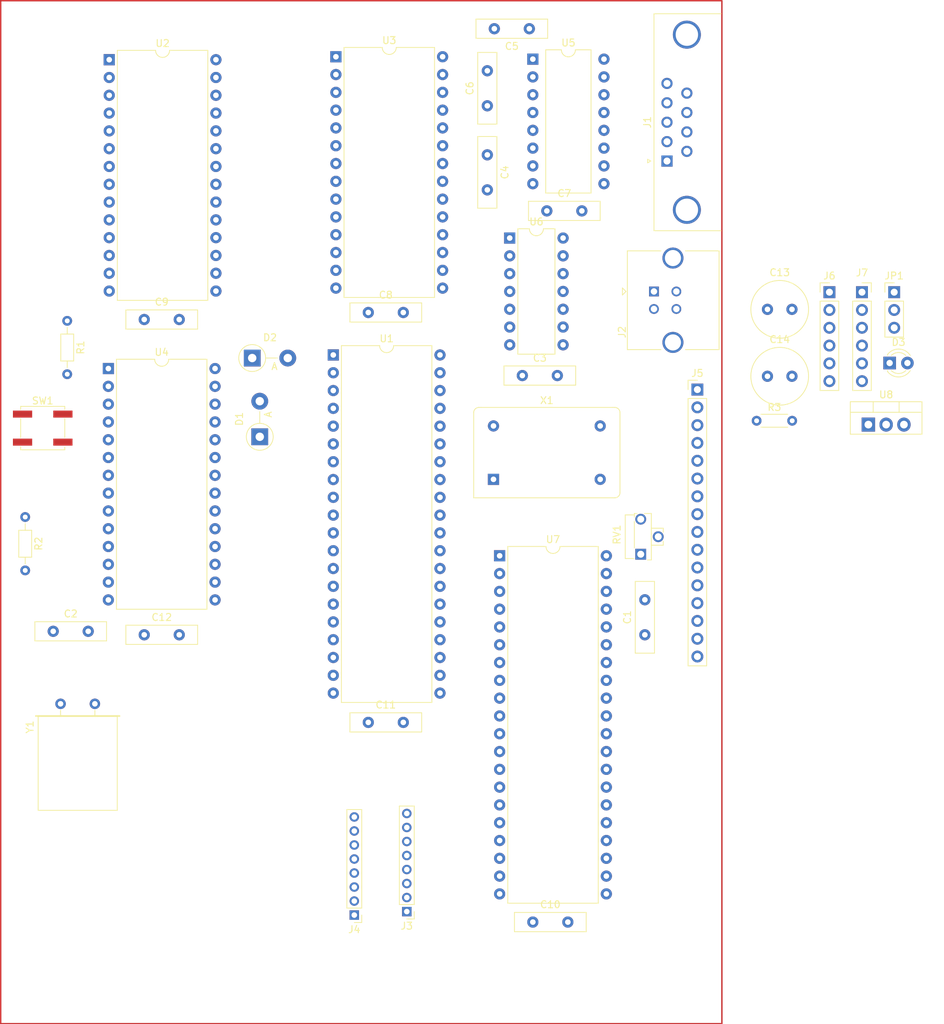
<source format=kicad_pcb>
(kicad_pcb (version 20240108) (generator "pcbnew") (generator_version "8.0")
  (layers (0 "F.Cu" signal) (31 "B.Cu" signal) (34 "B.Paste" user) (35 "F.Paste" user) (36 "B.SilkS" user "B.Silkscreen") (37 "F.SilkS" user "F.Silkscreen") (38 "B.Mask" user) (39 "F.Mask" user) (44 "Edge.Cuts" user))
  (net 0 "")
  (net 1 "GND")
  (net 2 "Reset")
  (net 3 "Net-(U4-XTAL2)")
  (net 4 "Net-(U5-VS-)")
  (net 5 "Net-(U5-VS+)")
  (net 6 "Net-(U5-C1+)")
  (net 7 "Net-(U5-C1-)")
  (net 8 "Net-(U5-C2+)")
  (net 9 "Net-(U5-C2-)")
  (net 10 "VCC")
  (net 11 "IRQ")
  (net 12 "Net-(D1-K)")
  (net 13 "Net-(D2-K)")
  (net 18 "Net-(J3-Pin_2)")
  (net 19 "Net-(J3-Pin_1)")
  (net 20 "PB2")
  (net 21 "Net-(J3-Pin_3)")
  (net 22 "PB0")
  (net 23 "Net-(J3-Pin_4)")
  (net 24 "PB1")
  (net 25 "PB3")
  (net 26 "Net-(J4-Pin_3)")
  (net 27 "Net-(J4-Pin_1)")
  (net 28 "Net-(J4-Pin_4)")
  (net 29 "Net-(J4-Pin_2)")
  (net 30 "PB4")
  (net 31 "PB6")
  (net 36 "Net-(J5-Pin_3)")
  (net 37 "PB5")
  (net 38 "Net-(U4-XTAL1)")
  (net 40 "D5")
  (net 41 "D4")
  (net 42 "A2")
  (net 43 "A4")
  (net 44 "A11")
  (net 45 "RW")
  (net 46 "A1")
  (net 47 "A0")
  (net 50 "D0")
  (net 51 "D6")
  (net 52 "clock")
  (net 55 "A7")
  (net 56 "A10")
  (net 57 "A15")
  (net 58 "D3")
  (net 59 "A8")
  (net 60 "A5")
  (net 62 "D1")
  (net 63 "A12")
  (net 64 "D7")
  (net 65 "A9")
  (net 66 "A3")
  (net 67 "A13")
  (net 68 "D2")
  (net 70 "A6")
  (net 72 "A14")
  (net 73 "!A15")
  (net 74 "Net-(U3-~{CS})")
  (net 77 "RXD")
  (net 78 "TXD")
  (net 79 "Net-(U4-~{CS2})")
  (net 92 "3.3v")
  (net 93 "Net-(D3-A)")
  (net 94 "Net-(J7-Pin_2)")
  (net 95 "Net-(U4-~{RTS})")
  (net 96 "Net-(U4-~{DSR})")
  (net 97 "Net-(J7-Pin_6)")
  (net 98 "Net-(J7-Pin_4)")
  (net 99 "Net-(J7-Pin_5)")
  (net 100 "Net-(J2-VBUS)")
  (net 101 "PA0")
  (net 102 "PA2")
  (net 103 "PA3")
  (net 104 "PA1")
  (net 105 "Net-(J6-Pin_2)")
  (footprint "Package_TO_SOT_THT:TO-220-3_Vertical" (layer "F.Cu") (at 159.42 85.5)
    (property "Reference" "U8" (at 2.54 -4.27 0) (layer "F.SilkS"))
    (property "Value" "LM317_TO-220")
    (pad "1" thru_hole rect (at 0 0) (size 1.905 2) (drill 1.1) (layers "*.Cu" "*.Mask") (net 1 "GND"))
    (pad "2" thru_hole oval (at 2.54 0) (size 1.905 2) (drill 1.1) (layers "*.Cu" "*.Mask") (net 92 "3.3v"))
    (pad "3" thru_hole oval (at 5.08 0) (size 1.905 2) (drill 1.1) (layers "*.Cu" "*.Mask") (net 10 "VCC"))
  )
  (footprint "Connector_PinHeader_2.54mm:PinHeader_1x06_P2.54mm_Vertical" (layer "F.Cu") (at 153.86 66.6)
    (property "Reference" "J6" (at 0 -2.33 0) (layer "F.SilkS"))
    (property "Value" "SD-Card Board")
    (pad "1" thru_hole rect (at 0 0) (size 1.7 1.7) (drill 1) (layers "*.Cu" "*.Mask") (net 1 "GND"))
    (pad "2" thru_hole oval (at 0 2.54) (size 1.7 1.7) (drill 1) (layers "*.Cu" "*.Mask") (net 105 "Net-(J6-Pin_2)"))
    (pad "3" thru_hole oval (at 0 5.08) (size 1.7 1.7) (drill 1) (layers "*.Cu" "*.Mask") (net 101 "PA0"))
    (pad "4" thru_hole oval (at 0 7.62) (size 1.7 1.7) (drill 1) (layers "*.Cu" "*.Mask") (net 104 "PA1"))
    (pad "5" thru_hole oval (at 0 10.16) (size 1.7 1.7) (drill 1) (layers "*.Cu" "*.Mask") (net 102 "PA2"))
    (pad "6" thru_hole oval (at 0 12.7) (size 1.7 1.7) (drill 1) (layers "*.Cu" "*.Mask") (net 103 "PA3"))
  )
  (footprint "Capacitor_THT:C_Disc_D10.0mm_W2.5mm_P5.00mm" (layer "F.Cu") (at 88 128)
    (property "Reference" "C11" (at 2.5 -2.5 0) (layer "F.SilkS"))
    (property "Value" "C")
    (pad "1" thru_hole circle (at 0 0) (size 1.6 1.6) (drill 0.8) (layers "*.Cu" "*.Mask") (net 10 "VCC"))
    (pad "2" thru_hole circle (at 5 0) (size 1.6 1.6) (drill 0.8) (layers "*.Cu" "*.Mask") (net 1 "GND"))
  )
  (footprint "Capacitor_THT:C_Disc_D10.0mm_W2.5mm_P5.00mm" (layer "F.Cu") (at 111 29 180)
    (property "Reference" "C5" (at 2.5 -2.5 360) (layer "F.SilkS"))
    (property "Value" "1uF")
    (pad "1" thru_hole circle (at 0 0 180) (size 1.6 1.6) (drill 0.8) (layers "*.Cu" "*.Mask") (net 6 "Net-(U5-C1+)"))
    (pad "2" thru_hole circle (at 5 0 180) (size 1.6 1.6) (drill 0.8) (layers "*.Cu" "*.Mask") (net 7 "Net-(U5-C1-)"))
  )
  (footprint "Connector_Dsub:DSUB-9_Male_Horizontal_P2.77x2.84mm_EdgePinOffset4.94mm_Housed_MountingHolesOffset4.94mm" (layer "F.Cu") (at 130.66 47.885 90)
    (property "Reference" "J1" (at 5.54 -2.8 90) (layer "F.SilkS"))
    (property "Value" "DB9 Serial Port")
    (pad "0" thru_hole circle (at -6.96 2.84 90) (size 4 4) (drill 3.2) (layers "*.Cu" "*.Mask"))
    (pad "0" thru_hole circle (at 18.04 2.84 90) (size 4 4) (drill 3.2) (layers "*.Cu" "*.Mask"))
    (pad "1" thru_hole rect (at 0 0 90) (size 1.6 1.6) (drill 1) (layers "*.Cu" "*.Mask"))
    (pad "2" thru_hole circle (at 2.77 0 90) (size 1.6 1.6) (drill 1) (layers "*.Cu" "*.Mask") (net 98 "Net-(J7-Pin_4)"))
    (pad "3" thru_hole circle (at 5.54 0 90) (size 1.6 1.6) (drill 1) (layers "*.Cu" "*.Mask") (net 99 "Net-(J7-Pin_5)"))
    (pad "4" thru_hole circle (at 8.31 0 90) (size 1.6 1.6) (drill 1) (layers "*.Cu" "*.Mask") (net 97 "Net-(J7-Pin_6)"))
    (pad "5" thru_hole circle (at 11.08 0 90) (size 1.6 1.6) (drill 1) (layers "*.Cu" "*.Mask") (net 1 "GND"))
    (pad "6" thru_hole circle (at 1.385 2.84 90) (size 1.6 1.6) (drill 1) (layers "*.Cu" "*.Mask") (net 96 "Net-(U4-~{DSR})"))
    (pad "7" thru_hole circle (at 4.155 2.84 90) (size 1.6 1.6) (drill 1) (layers "*.Cu" "*.Mask") (net 95 "Net-(U4-~{RTS})"))
    (pad "8" thru_hole circle (at 6.925 2.84 90) (size 1.6 1.6) (drill 1) (layers "*.Cu" "*.Mask") (net 94 "Net-(J7-Pin_2)"))
    (pad "9" thru_hole circle (at 9.695 2.84 90) (size 1.6 1.6) (drill 1) (layers "*.Cu" "*.Mask"))
  )
  (footprint "Potentiometer_THT:Potentiometer_Runtron_RM-063_Horizontal" (layer "F.Cu") (at 126.91 104 90)
    (property "Reference" "RV1" (at 2.8 -3.4 90) (layer "F.SilkS"))
    (property "Value" "10k")
    (pad "1" thru_hole rect (at 0 0 90) (size 1.55 1.55) (drill 1) (layers "*.Cu" "*.Mask") (net 1 "GND"))
    (pad "2" thru_hole circle (at 2.5 2.5 90) (size 1.55 1.55) (drill 1) (layers "*.Cu" "*.Mask") (net 36 "Net-(J5-Pin_3)"))
    (pad "3" thru_hole circle (at 5 0 90) (size 1.55 1.55) (drill 1) (layers "*.Cu" "*.Mask"))
  )
  (footprint "Diode_THT:D_DO-15_P5.08mm_Vertical_AnodeUp" (layer "F.Cu") (at 72.5 87.24 90)
    (property "Reference" "D1" (at 2.54 -2.92 90) (layer "F.SilkS"))
    (property "Value" "D")
    (fp_text user "A" (at 3.18 1.2 90) (layer "F.SilkS"))
    (pad "1" thru_hole rect (at 0 0 90) (size 2.4 2.4) (drill 1.2) (layers "*.Cu" "*.Mask") (net 12 "Net-(D1-K)"))
    (pad "2" thru_hole oval (at 5.08 0 90) (size 2.4 2.4) (drill 1.2) (layers "*.Cu" "*.Mask") (net 11 "IRQ"))
  )
  (footprint "Capacitor_THT:C_Radial_D8.0mm_H11.5mm_P3.50mm" (layer "F.Cu") (at 145.01 69.05)
    (property "Reference" "C13" (at 1.75 -5.25 0) (layer "F.SilkS"))
    (property "Value" "100nF")
    (pad "1" thru_hole circle (at 0 0) (size 1.6 1.6) (drill 0.8) (layers "*.Cu" "*.Mask") (net 10 "VCC"))
    (pad "2" thru_hole circle (at 3.5 0) (size 1.6 1.6) (drill 0.8) (layers "*.Cu" "*.Mask") (net 1 "GND"))
  )
  (footprint "Capacitor_THT:C_Disc_D10.0mm_W2.5mm_P5.00mm" (layer "F.Cu") (at 56 70.5)
    (property "Reference" "C9" (at 2.5 -2.5 0) (layer "F.SilkS"))
    (property "Value" "C")
    (pad "1" thru_hole circle (at 0 0) (size 1.6 1.6) (drill 0.8) (layers "*.Cu" "*.Mask") (net 10 "VCC"))
    (pad "2" thru_hole circle (at 5 0) (size 1.6 1.6) (drill 0.8) (layers "*.Cu" "*.Mask") (net 1 "GND"))
  )
  (footprint "Package_DIP:DIP-40_W15.24mm" (layer "F.Cu") (at 106.76 104.22)
    (property "Reference" "U7" (at 7.62 -2.33 0) (layer "F.SilkS"))
    (property "Value" "W65C22NxP")
    (pad "1" thru_hole rect (at 0 0) (size 1.6 1.6) (drill 0.8) (layers "*.Cu" "*.Mask") (net 1 "GND"))
    (pad "2" thru_hole oval (at 0 2.54) (size 1.6 1.6) (drill 0.8) (layers "*.Cu" "*.Mask") (net 101 "PA0"))
    (pad "3" thru_hole oval (at 0 5.08) (size 1.6 1.6) (drill 0.8) (layers "*.Cu" "*.Mask") (net 104 "PA1"))
    (pad "4" thru_hole oval (at 0 7.62) (size 1.6 1.6) (drill 0.8) (layers "*.Cu" "*.Mask") (net 102 "PA2"))
    (pad "5" thru_hole oval (at 0 10.16) (size 1.6 1.6) (drill 0.8) (layers "*.Cu" "*.Mask") (net 103 "PA3"))
    (pad "6" thru_hole oval (at 0 12.7) (size 1.6 1.6) (drill 0.8) (layers "*.Cu" "*.Mask") (net 28 "Net-(J4-Pin_4)"))
    (pad "7" thru_hole oval (at 0 15.24) (size 1.6 1.6) (drill 0.8) (layers "*.Cu" "*.Mask") (net 26 "Net-(J4-Pin_3)"))
    (pad "8" thru_hole oval (at 0 17.78) (size 1.6 1.6) (drill 0.8) (layers "*.Cu" "*.Mask") (net 29 "Net-(J4-Pin_2)"))
    (pad "9" thru_hole oval (at 0 20.32) (size 1.6 1.6) (drill 0.8) (layers "*.Cu" "*.Mask") (net 27 "Net-(J4-Pin_1)"))
    (pad "10" thru_hole oval (at 0 22.86) (size 1.6 1.6) (drill 0.8) (layers "*.Cu" "*.Mask") (net 22 "PB0"))
    (pad "11" thru_hole oval (at 0 25.4) (size 1.6 1.6) (drill 0.8) (layers "*.Cu" "*.Mask") (net 24 "PB1"))
    (pad "12" thru_hole oval (at 0 27.94) (size 1.6 1.6) (drill 0.8) (layers "*.Cu" "*.Mask") (net 20 "PB2"))
    (pad "13" thru_hole oval (at 0 30.48) (size 1.6 1.6) (drill 0.8) (layers "*.Cu" "*.Mask") (net 25 "PB3"))
    (pad "14" thru_hole oval (at 0 33.02) (size 1.6 1.6) (drill 0.8) (layers "*.Cu" "*.Mask") (net 23 "Net-(J3-Pin_4)"))
    (pad "15" thru_hole oval (at 0 35.56) (size 1.6 1.6) (drill 0.8) (layers "*.Cu" "*.Mask") (net 21 "Net-(J3-Pin_3)"))
    (pad "16" thru_hole oval (at 0 38.1) (size 1.6 1.6) (drill 0.8) (layers "*.Cu" "*.Mask") (net 18 "Net-(J3-Pin_2)"))
    (pad "17" thru_hole oval (at 0 40.64) (size 1.6 1.6) (drill 0.8) (layers "*.Cu" "*.Mask") (net 19 "Net-(J3-Pin_1)"))
    (pad "18" thru_hole oval (at 0 43.18) (size 1.6 1.6) (drill 0.8) (layers "*.Cu" "*.Mask"))
    (pad "19" thru_hole oval (at 0 45.72) (size 1.6 1.6) (drill 0.8) (layers "*.Cu" "*.Mask"))
    (pad "20" thru_hole oval (at 0 48.26) (size 1.6 1.6) (drill 0.8) (layers "*.Cu" "*.Mask") (net 10 "VCC"))
    (pad "21" thru_hole oval (at 15.24 48.26) (size 1.6 1.6) (drill 0.8) (layers "*.Cu" "*.Mask") (net 12 "Net-(D1-K)"))
    (pad "22" thru_hole oval (at 15.24 45.72) (size 1.6 1.6) (drill 0.8) (layers "*.Cu" "*.Mask") (net 45 "RW"))
    (pad "23" thru_hole oval (at 15.24 43.18) (size 1.6 1.6) (drill 0.8) (layers "*.Cu" "*.Mask") (net 79 "Net-(U4-~{CS2})"))
    (pad "24" thru_hole oval (at 15.24 40.64) (size 1.6 1.6) (drill 0.8) (layers "*.Cu" "*.Mask") (net 67 "A13"))
    (pad "25" thru_hole oval (at 15.24 38.1) (size 1.6 1.6) (drill 0.8) (layers "*.Cu" "*.Mask") (net 52 "clock"))
    (pad "26" thru_hole oval (at 15.24 35.56) (size 1.6 1.6) (drill 0.8) (layers "*.Cu" "*.Mask") (net 64 "D7"))
    (pad "27" thru_hole oval (at 15.24 33.02) (size 1.6 1.6) (drill 0.8) (layers "*.Cu" "*.Mask") (net 51 "D6"))
    (pad "28" thru_hole oval (at 15.24 30.48) (size 1.6 1.6) (drill 0.8) (layers "*.Cu" "*.Mask") (net 40 "D5"))
    (pad "29" thru_hole oval (at 15.24 27.94) (size 1.6 1.6) (drill 0.8) (layers "*.Cu" "*.Mask") (net 41 "D4"))
    (pad "30" thru_hole oval (at 15.24 25.4) (size 1.6 1.6) (drill 0.8) (layers "*.Cu" "*.Mask") (net 58 "D3"))
    (pad "31" thru_hole oval (at 15.24 22.86) (size 1.6 1.6) (drill 0.8) (layers "*.Cu" "*.Mask") (net 68 "D2"))
    (pad "32" thru_hole oval (at 15.24 20.32) (size 1.6 1.6) (drill 0.8) (layers "*.Cu" "*.Mask") (net 62 "D1"))
    (pad "33" thru_hole oval (at 15.24 17.78) (size 1.6 1.6) (drill 0.8) (layers "*.Cu" "*.Mask") (net 50 "D0"))
    (pad "34" thru_hole oval (at 15.24 15.24) (size 1.6 1.6) (drill 0.8) (layers "*.Cu" "*.Mask") (net 2 "Reset"))
    (pad "35" thru_hole oval (at 15.24 12.7) (size 1.6 1.6) (drill 0.8) (layers "*.Cu" "*.Mask") (net 66 "A3"))
    (pad "36" thru_hole oval (at 15.24 10.16) (size 1.6 1.6) (drill 0.8) (layers "*.Cu" "*.Mask") (net 42 "A2"))
    (pad "37" thru_hole oval (at 15.24 7.62) (size 1.6 1.6) (drill 0.8) (layers "*.Cu" "*.Mask") (net 46 "A1"))
    (pad "38" thru_hole oval (at 15.24 5.08) (size 1.6 1.6) (drill 0.8) (layers "*.Cu" "*.Mask") (net 47 "A0"))
    (pad "39" thru_hole oval (at 15.24 2.54) (size 1.6 1.6) (drill 0.8) (layers "*.Cu" "*.Mask"))
    (pad "40" thru_hole oval (at 15.24 0) (size 1.6 1.6) (drill 0.8) (layers "*.Cu" "*.Mask"))
  )
  (footprint "Package_DIP:DIP-16_W10.16mm" (layer "F.Cu") (at 111.5 33.34)
    (property "Reference" "U5" (at 5.08 -2.33 0) (layer "F.SilkS"))
    (property "Value" "MAX232")
    (pad "1" thru_hole rect (at 0 0) (size 1.6 1.6) (drill 0.8) (layers "*.Cu" "*.Mask") (net 6 "Net-(U5-C1+)"))
    (pad "2" thru_hole oval (at 0 2.54) (size 1.6 1.6) (drill 0.8) (layers "*.Cu" "*.Mask") (net 5 "Net-(U5-VS+)"))
    (pad "3" thru_hole oval (at 0 5.08) (size 1.6 1.6) (drill 0.8) (layers "*.Cu" "*.Mask") (net 7 "Net-(U5-C1-)"))
    (pad "4" thru_hole oval (at 0 7.62) (size 1.6 1.6) (drill 0.8) (layers "*.Cu" "*.Mask") (net 8 "Net-(U5-C2+)"))
    (pad "5" thru_hole oval (at 0 10.16) (size 1.6 1.6) (drill 0.8) (layers "*.Cu" "*.Mask") (net 9 "Net-(U5-C2-)"))
    (pad "6" thru_hole oval (at 0 12.7) (size 1.6 1.6) (drill 0.8) (layers "*.Cu" "*.Mask") (net 4 "Net-(U5-VS-)"))
    (pad "7" thru_hole oval (at 0 15.24) (size 1.6 1.6) (drill 0.8) (layers "*.Cu" "*.Mask"))
    (pad "8" thru_hole oval (at 0 17.78) (size 1.6 1.6) (drill 0.8) (layers "*.Cu" "*.Mask"))
    (pad "9" thru_hole oval (at 10.16 17.78) (size 1.6 1.6) (drill 0.8) (layers "*.Cu" "*.Mask"))
    (pad "10" thru_hole oval (at 10.16 15.24) (size 1.6 1.6) (drill 0.8) (layers "*.Cu" "*.Mask"))
    (pad "11" thru_hole oval (at 10.16 12.7) (size 1.6 1.6) (drill 0.8) (layers "*.Cu" "*.Mask") (net 78 "TXD"))
    (pad "12" thru_hole oval (at 10.16 10.16) (size 1.6 1.6) (drill 0.8) (layers "*.Cu" "*.Mask") (net 77 "RXD"))
    (pad "13" thru_hole oval (at 10.16 7.62) (size 1.6 1.6) (drill 0.8) (layers "*.Cu" "*.Mask") (net 99 "Net-(J7-Pin_5)"))
    (pad "14" thru_hole oval (at 10.16 5.08) (size 1.6 1.6) (drill 0.8) (layers "*.Cu" "*.Mask") (net 98 "Net-(J7-Pin_4)"))
    (pad "15" thru_hole oval (at 10.16 2.54) (size 1.6 1.6) (drill 0.8) (layers "*.Cu" "*.Mask") (net 1 "GND"))
    (pad "16" thru_hole oval (at 10.16 0) (size 1.6 1.6) (drill 0.8) (layers "*.Cu" "*.Mask") (net 10 "VCC"))
  )
  (footprint "Capacitor_THT:C_Disc_D10.0mm_W2.5mm_P5.00mm" (layer "F.Cu") (at 56 115.5)
    (property "Reference" "C12" (at 2.5 -2.5 0) (layer "F.SilkS"))
    (property "Value" "C")
    (pad "1" thru_hole circle (at 0 0) (size 1.6 1.6) (drill 0.8) (layers "*.Cu" "*.Mask") (net 10 "VCC"))
    (pad "2" thru_hole circle (at 5 0) (size 1.6 1.6) (drill 0.8) (layers "*.Cu" "*.Mask") (net 1 "GND"))
  )
  (footprint "Capacitor_THT:C_Disc_D10.0mm_W2.5mm_P5.00mm" (layer "F.Cu") (at 110 78.5)
    (property "Reference" "C3" (at 2.5 -2.5 0) (layer "F.SilkS"))
    (property "Value" "C")
    (pad "1" thru_hole circle (at 0 0) (size 1.6 1.6) (drill 0.8) (layers "*.Cu" "*.Mask") (net 4 "Net-(U5-VS-)"))
    (pad "2" thru_hole circle (at 5 0) (size 1.6 1.6) (drill 0.8) (layers "*.Cu" "*.Mask") (net 1 "GND"))
  )
  (footprint "Oscillator:Oscillator_DIP-14" (layer "F.Cu") (at 105.88 93.31)
    (property "Reference" "X1" (at 7.62 -11.26 0) (layer "F.SilkS"))
    (property "Value" "ACO-1MHz")
    (pad "1" thru_hole rect (at 0 0) (size 1.6 1.6) (drill 0.8) (layers "*.Cu" "*.Mask"))
    (pad "7" thru_hole circle (at 15.24 0) (size 1.6 1.6) (drill 0.8) (layers "*.Cu" "*.Mask") (net 1 "GND"))
    (pad "8" thru_hole circle (at 15.24 -7.62) (size 1.6 1.6) (drill 0.8) (layers "*.Cu" "*.Mask") (net 52 "clock"))
    (pad "14" thru_hole circle (at 0 -7.62) (size 1.6 1.6) (drill 0.8) (layers "*.Cu" "*.Mask") (net 10 "VCC"))
  )
  (footprint "Capacitor_THT:C_Disc_D10.0mm_W2.5mm_P5.00mm" (layer "F.Cu") (at 127.5 115.5 90)
    (property "Reference" "C1" (at 2.5 -2.5 90) (layer "F.SilkS"))
    (property "Value" "0.1uF")
    (pad "1" thru_hole circle (at 0 0 90) (size 1.6 1.6) (drill 0.8) (layers "*.Cu" "*.Mask") (net 2 "Reset"))
    (pad "2" thru_hole circle (at 5 0 90) (size 1.6 1.6) (drill 0.8) (layers "*.Cu" "*.Mask") (net 1 "GND"))
  )
  (footprint "Package_DIP:DIP-28_W15.24mm" (layer "F.Cu") (at 51 33.42)
    (property "Reference" "U2" (at 7.62 -2.33 0) (layer "F.SilkS"))
    (property "Value" "28C256")
    (pad "1" thru_hole rect (at 0 0) (size 1.6 1.6) (drill 0.8) (layers "*.Cu" "*.Mask") (net 72 "A14"))
    (pad "2" thru_hole oval (at 0 2.54) (size 1.6 1.6) (drill 0.8) (layers "*.Cu" "*.Mask") (net 63 "A12"))
    (pad "3" thru_hole oval (at 0 5.08) (size 1.6 1.6) (drill 0.8) (layers "*.Cu" "*.Mask") (net 55 "A7"))
    (pad "4" thru_hole oval (at 0 7.62) (size 1.6 1.6) (drill 0.8) (layers "*.Cu" "*.Mask") (net 70 "A6"))
    (pad "5" thru_hole oval (at 0 10.16) (size 1.6 1.6) (drill 0.8) (layers "*.Cu" "*.Mask") (net 60 "A5"))
    (pad "6" thru_hole oval (at 0 12.7) (size 1.6 1.6) (drill 0.8) (layers "*.Cu" "*.Mask") (net 43 "A4"))
    (pad "7" thru_hole oval (at 0 15.24) (size 1.6 1.6) (drill 0.8) (layers "*.Cu" "*.Mask") (net 66 "A3"))
    (pad "8" thru_hole oval (at 0 17.78) (size 1.6 1.6) (drill 0.8) (layers "*.Cu" "*.Mask") (net 42 "A2"))
    (pad "9" thru_hole oval (at 0 20.32) (size 1.6 1.6) (drill 0.8) (layers "*.Cu" "*.Mask") (net 46 "A1"))
    (pad "10" thru_hole oval (at 0 22.86) (size 1.6 1.6) (drill 0.8) (layers "*.Cu" "*.Mask") (net 47 "A0"))
    (pad "11" thru_hole oval (at 0 25.4) (size 1.6 1.6) (drill 0.8) (layers "*.Cu" "*.Mask") (net 50 "D0"))
    (pad "12" thru_hole oval (at 0 27.94) (size 1.6 1.6) (drill 0.8) (layers "*.Cu" "*.Mask") (net 62 "D1"))
    (pad "13" thru_hole oval (at 0 30.48) (size 1.6 1.6) (drill 0.8) (layers "*.Cu" "*.Mask") (net 68 "D2"))
    (pad "14" thru_hole oval (at 0 33.02) (size 1.6 1.6) (drill 0.8) (layers "*.Cu" "*.Mask") (net 1 "GND"))
    (pad "15" thru_hole oval (at 15.24 33.02) (size 1.6 1.6) (drill 0.8) (layers "*.Cu" "*.Mask") (net 58 "D3"))
    (pad "16" thru_hole oval (at 15.24 30.48) (size 1.6 1.6) (drill 0.8) (layers "*.Cu" "*.Mask") (net 41 "D4"))
    (pad "17" thru_hole oval (at 15.24 27.94) (size 1.6 1.6) (drill 0.8) (layers "*.Cu" "*.Mask") (net 40 "D5"))
    (pad "18" thru_hole oval (at 15.24 25.4) (size 1.6 1.6) (drill 0.8) (layers "*.Cu" "*.Mask") (net 51 "D6"))
    (pad "19" thru_hole oval (at 15.24 22.86) (size 1.6 1.6) (drill 0.8) (layers "*.Cu" "*.Mask") (net 64 "D7"))
    (pad "20" thru_hole oval (at 15.24 20.32) (size 1.6 1.6) (drill 0.8) (layers "*.Cu" "*.Mask") (net 73 "!A15"))
    (pad "21" thru_hole oval (at 15.24 17.78) (size 1.6 1.6) (drill 0.8) (layers "*.Cu" "*.Mask") (net 56 "A10"))
    (pad "22" thru_hole oval (at 15.24 15.24) (size 1.6 1.6) (drill 0.8) (layers "*.Cu" "*.Mask") (net 1 "GND"))
    (pad "23" thru_hole oval (at 15.24 12.7) (size 1.6 1.6) (drill 0.8) (layers "*.Cu" "*.Mask") (net 44 "A11"))
    (pad "24" thru_hole oval (at 15.24 10.16) (size 1.6 1.6) (drill 0.8) (layers "*.Cu" "*.Mask") (net 65 "A9"))
    (pad "25" thru_hole oval (at 15.24 7.62) (size 1.6 1.6) (drill 0.8) (layers "*.Cu" "*.Mask") (net 59 "A8"))
    (pad "26" thru_hole oval (at 15.24 5.08) (size 1.6 1.6) (drill 0.8) (layers "*.Cu" "*.Mask") (net 67 "A13"))
    (pad "27" thru_hole oval (at 15.24 2.54) (size 1.6 1.6) (drill 0.8) (layers "*.Cu" "*.Mask") (net 10 "VCC"))
    (pad "28" thru_hole oval (at 15.24 0) (size 1.6 1.6) (drill 0.8) (layers "*.Cu" "*.Mask") (net 10 "VCC"))
  )
  (footprint "Connector_PinHeader_2.00mm:PinHeader_1x08_P2.00mm_Vertical" (layer "F.Cu") (at 93.5 155 180)
    (property "Reference" "J3" (at 0 -2.06 360) (layer "F.SilkS"))
    (property "Value" "Conn_01x08_Pin")
    (pad "1" thru_hole rect (at 0 0 180) (size 1.35 1.35) (drill 0.8) (layers "*.Cu" "*.Mask") (net 19 "Net-(J3-Pin_1)"))
    (pad "2" thru_hole oval (at 0 2 180) (size 1.35 1.35) (drill 0.8) (layers "*.Cu" "*.Mask") (net 18 "Net-(J3-Pin_2)"))
    (pad "3" thru_hole oval (at 0 4 180) (size 1.35 1.35) (drill 0.8) (layers "*.Cu" "*.Mask") (net 21 "Net-(J3-Pin_3)"))
    (pad "4" thru_hole oval (at 0 6 180) (size 1.35 1.35) (drill 0.8) (layers "*.Cu" "*.Mask") (net 23 "Net-(J3-Pin_4)"))
    (pad "5" thru_hole oval (at 0 8 180) (size 1.35 1.35) (drill 0.8) (layers "*.Cu" "*.Mask") (net 25 "PB3"))
    (pad "6" thru_hole oval (at 0 10 180) (size 1.35 1.35) (drill 0.8) (layers "*.Cu" "*.Mask") (net 20 "PB2"))
    (pad "7" thru_hole oval (at 0 12 180) (size 1.35 1.35) (drill 0.8) (layers "*.Cu" "*.Mask") (net 24 "PB1"))
    (pad "8" thru_hole oval (at 0 14 180) (size 1.35 1.35) (drill 0.8) (layers "*.Cu" "*.Mask") (net 22 "PB0"))
  )
  (footprint "Diode_THT:D_DO-15_P5.08mm_Vertical_AnodeUp" (layer "F.Cu") (at 71.42 76)
    (property "Reference" "D2" (at 2.54 -2.92 0) (layer "F.SilkS"))
    (property "Value" "D")
    (fp_text user "A" (at 3.18 1.2 0) (layer "F.SilkS"))
    (pad "1" thru_hole rect (at 0 0) (size 2.4 2.4) (drill 1.2) (layers "*.Cu" "*.Mask") (net 13 "Net-(D2-K)"))
    (pad "2" thru_hole oval (at 5.08 0) (size 2.4 2.4) (drill 1.2) (layers "*.Cu" "*.Mask") (net 11 "IRQ"))
  )
  (footprint "Resistor_THT:R_Axial_DIN0204_L3.6mm_D1.6mm_P5.08mm_Horizontal" (layer "F.Cu") (at 143.46 84.95)
    (property "Reference" "R3" (at 2.54 -1.92 0) (layer "F.SilkS"))
    (property "Value" "220")
    (pad "1" thru_hole circle (at 0 0) (size 1.4 1.4) (drill 0.7) (layers "*.Cu" "*.Mask") (net 10 "VCC"))
    (pad "2" thru_hole oval (at 5.08 0) (size 1.4 1.4) (drill 0.7) (layers "*.Cu" "*.Mask") (net 93 "Net-(D3-A)"))
  )
  (footprint "Capacitor_THT:C_Disc_D10.0mm_W2.5mm_P5.00mm" (layer "F.Cu") (at 88 69.5)
    (property "Reference" "C8" (at 2.5 -2.5 0) (layer "F.SilkS"))
    (property "Value" "C")
    (pad "1" thru_hole circle (at 0 0) (size 1.6 1.6) (drill 0.8) (layers "*.Cu" "*.Mask") (net 10 "VCC"))
    (pad "2" thru_hole circle (at 5 0) (size 1.6 1.6) (drill 0.8) (layers "*.Cu" "*.Mask") (net 1 "GND"))
  )
  (footprint "Package_DIP:DIP-28_W15.24mm" (layer "F.Cu") (at 83.375 33)
    (property "Reference" "U3" (at 7.62 -2.33 0) (layer "F.SilkS"))
    (property "Value" "CY62256-70PC")
    (pad "1" thru_hole rect (at 0 0) (size 1.6 1.6) (drill 0.8) (layers "*.Cu" "*.Mask") (net 72 "A14"))
    (pad "2" thru_hole oval (at 0 2.54) (size 1.6 1.6) (drill 0.8) (layers "*.Cu" "*.Mask") (net 63 "A12"))
    (pad "3" thru_hole oval (at 0 5.08) (size 1.6 1.6) (drill 0.8) (layers "*.Cu" "*.Mask") (net 55 "A7"))
    (pad "4" thru_hole oval (at 0 7.62) (size 1.6 1.6) (drill 0.8) (layers "*.Cu" "*.Mask") (net 70 "A6"))
    (pad "5" thru_hole oval (at 0 10.16) (size 1.6 1.6) (drill 0.8) (layers "*.Cu" "*.Mask") (net 60 "A5"))
    (pad "6" thru_hole oval (at 0 12.7) (size 1.6 1.6) (drill 0.8) (layers "*.Cu" "*.Mask") (net 43 "A4"))
    (pad "7" thru_hole oval (at 0 15.24) (size 1.6 1.6) (drill 0.8) (layers "*.Cu" "*.Mask") (net 66 "A3"))
    (pad "8" thru_hole oval (at 0 17.78) (size 1.6 1.6) (drill 0.8) (layers "*.Cu" "*.Mask") (net 42 "A2"))
    (pad "9" thru_hole oval (at 0 20.32) (size 1.6 1.6) (drill 0.8) (layers "*.Cu" "*.Mask") (net 46 "A1"))
    (pad "10" thru_hole oval (at 0 22.86) (size 1.6 1.6) (drill 0.8) (layers "*.Cu" "*.Mask") (net 47 "A0"))
    (pad "11" thru_hole oval (at 0 25.4) (size 1.6 1.6) (drill 0.8) (layers "*.Cu" "*.Mask") (net 50 "D0"))
    (pad "12" thru_hole oval (at 0 27.94) (size 1.6 1.6) (drill 0.8) (layers "*.Cu" "*.Mask") (net 62 "D1"))
    (pad "13" thru_hole oval (at 0 30.48) (size 1.6 1.6) (drill 0.8) (layers "*.Cu" "*.Mask") (net 68 "D2"))
    (pad "14" thru_hole oval (at 0 33.02) (size 1.6 1.6) (drill 0.8) (layers "*.Cu" "*.Mask") (net 1 "GND"))
    (pad "15" thru_hole oval (at 15.24 33.02) (size 1.6 1.6) (drill 0.8) (layers "*.Cu" "*.Mask") (net 58 "D3"))
    (pad "16" thru_hole oval (at 15.24 30.48) (size 1.6 1.6) (drill 0.8) (layers "*.Cu" "*.Mask") (net 41 "D4"))
    (pad "17" thru_hole oval (at 15.24 27.94) (size 1.6 1.6) (drill 0.8) (layers "*.Cu" "*.Mask") (net 40 "D5"))
    (pad "18" thru_hole oval (at 15.24 25.4) (size 1.6 1.6) (drill 0.8) (layers "*.Cu" "*.Mask") (net 51 "D6"))
    (pad "19" thru_hole oval (at 15.24 22.86) (size 1.6 1.6) (drill 0.8) (layers "*.Cu" "*.Mask") (net 64 "D7"))
    (pad "20" thru_hole oval (at 15.24 20.32) (size 1.6 1.6) (drill 0.8) (layers "*.Cu" "*.Mask") (net 74 "Net-(U3-~{CS})"))
    (pad "21" thru_hole oval (at 15.24 17.78) (size 1.6 1.6) (drill 0.8) (layers "*.Cu" "*.Mask") (net 56 "A10"))
    (pad "22" thru_hole oval (at 15.24 15.24) (size 1.6 1.6) (drill 0.8) (layers "*.Cu" "*.Mask") (net 72 "A14"))
    (pad "23" thru_hole oval (at 15.24 12.7) (size 1.6 1.6) (drill 0.8) (layers "*.Cu" "*.Mask") (net 44 "A11"))
    (pad "24" thru_hole oval (at 15.24 10.16) (size 1.6 1.6) (drill 0.8) (layers "*.Cu" "*.Mask") (net 65 "A9"))
    (pad "25" thru_hole oval (at 15.24 7.62) (size 1.6 1.6) (drill 0.8) (layers "*.Cu" "*.Mask") (net 59 "A8"))
    (pad "26" thru_hole oval (at 15.24 5.08) (size 1.6 1.6) (drill 0.8) (layers "*.Cu" "*.Mask") (net 67 "A13"))
    (pad "27" thru_hole oval (at 15.24 2.54) (size 1.6 1.6) (drill 0.8) (layers "*.Cu" "*.Mask") (net 45 "RW"))
    (pad "28" thru_hole oval (at 15.24 0) (size 1.6 1.6) (drill 0.8) (layers "*.Cu" "*.Mask") (net 10 "VCC"))
  )
  (footprint "Connector_PinHeader_2.00mm:PinHeader_1x08_P2.00mm_Vertical" (layer "F.Cu") (at 86 155.5 180)
    (property "Reference" "J4" (at 0 -2.06 360) (layer "F.SilkS"))
    (property "Value" "Conn_01x08_Pin")
    (pad "1" thru_hole rect (at 0 0 180) (size 1.35 1.35) (drill 0.8) (layers "*.Cu" "*.Mask") (net 27 "Net-(J4-Pin_1)"))
    (pad "2" thru_hole oval (at 0 2 180) (size 1.35 1.35) (drill 0.8) (layers "*.Cu" "*.Mask") (net 29 "Net-(J4-Pin_2)"))
    (pad "3" thru_hole oval (at 0 4 180) (size 1.35 1.35) (drill 0.8) (layers "*.Cu" "*.Mask") (net 26 "Net-(J4-Pin_3)"))
    (pad "4" thru_hole oval (at 0 6 180) (size 1.35 1.35) (drill 0.8) (layers "*.Cu" "*.Mask") (net 28 "Net-(J4-Pin_4)"))
    (pad "5" thru_hole oval (at 0 8 180) (size 1.35 1.35) (drill 0.8) (layers "*.Cu" "*.Mask") (net 103 "PA3"))
    (pad "6" thru_hole oval (at 0 10 180) (size 1.35 1.35) (drill 0.8) (layers "*.Cu" "*.Mask") (net 102 "PA2"))
    (pad "7" thru_hole oval (at 0 12 180) (size 1.35 1.35) (drill 0.8) (layers "*.Cu" "*.Mask") (net 104 "PA1"))
    (pad "8" thru_hole oval (at 0 14 180) (size 1.35 1.35) (drill 0.8) (layers "*.Cu" "*.Mask") (net 101 "PA0"))
  )
  (footprint "Connector_USB:USB_B_TE_5787834_Vertical" (layer "F.Cu") (at 128.8 66.5 90)
    (property "Reference" "J2" (at -5.8 -4.55 90) (layer "F.SilkS"))
    (property "Value" "USB_B")
    (pad "1" thru_hole rect (at 0 0 90) (size 1.4 1.4) (drill 0.92) (layers "*.Cu" "*.Mask") (net 100 "Net-(J2-VBUS)"))
    (pad "2" thru_hole circle (at -2.5 0 90) (size 1.4 1.4) (drill 0.92) (layers "*.Cu" "*.Mask"))
    (pad "3" thru_hole circle (at -2.5 3.2 90) (size 1.4 1.4) (drill 0.92) (layers "*.Cu" "*.Mask"))
    (pad "4" thru_hole circle (at 0 3.2 90) (size 1.4 1.4) (drill 0.92) (layers "*.Cu" "*.Mask") (net 1 "GND"))
    (pad "5" thru_hole circle (at -7.27 2.71 90) (size 3 3) (drill 2.3) (layers "*.Cu" "*.Mask") (net 1 "GND"))
    (pad "5" thru_hole circle (at 4.77 2.71 90) (size 3 3) (drill 2.3) (layers "*.Cu" "*.Mask") (net 1 "GND"))
  )
  (footprint "Connector_PinHeader_2.54mm:PinHeader_1x03_P2.54mm_Vertical" (layer "F.Cu") (at 163.11 66.6)
    (property "Reference" "JP1" (at 0 -2.33 0) (layer "F.SilkS"))
    (property "Value" "SD/FTDI 3.3 or 5v")
    (pad "1" thru_hole rect (at 0 0) (size 1.7 1.7) (drill 1) (layers "*.Cu" "*.Mask") (net 10 "VCC"))
    (pad "2" thru_hole oval (at 0 2.54) (size 1.7 1.7) (drill 1) (layers "*.Cu" "*.Mask") (net 105 "Net-(J6-Pin_2)"))
    (pad "3" thru_hole oval (at 0 5.08) (size 1.7 1.7) (drill 1) (layers "*.Cu" "*.Mask") (net 92 "3.3v"))
  )
  (footprint "Button_Switch_SMD:SW_SPST_EVPBF" (layer "F.Cu") (at 41.5 86)
    (property "Reference" "SW1" (at 0 -3.9 0) (layer "F.SilkS"))
    (property "Value" "SW_Push")
    (pad "1" smd rect (at -2.88 -2) (size 2.75 1) (layers "F.Cu" "F.Paste" "F.Mask") (net 1 "GND"))
    (pad "1" smd rect (at 2.88 -2) (size 2.75 1) (layers "F.Cu" "F.Paste" "F.Mask") (net 1 "GND"))
    (pad "2" smd rect (at -2.88 2) (size 2.75 1) (layers "F.Cu" "F.Paste" "F.Mask") (net 2 "Reset"))
    (pad "2" smd rect (at 2.88 2) (size 2.75 1) (layers "F.Cu" "F.Paste" "F.Mask") (net 2 "Reset"))
  )
  (footprint "Resistor_THT:R_Axial_DIN0204_L3.6mm_D1.6mm_P7.62mm_Horizontal" (layer "F.Cu") (at 39 98.69 -90)
    (property "Reference" "R2" (at 3.81 -1.92 90) (layer "F.SilkS"))
    (property "Value" "R")
    (pad "1" thru_hole circle (at 0 0 270) (size 1.4 1.4) (drill 0.7) (layers "*.Cu" "*.Mask") (net 38 "Net-(U4-XTAL1)"))
    (pad "2" thru_hole oval (at 7.62 0 270) (size 1.4 1.4) (drill 0.7) (layers "*.Cu" "*.Mask") (net 3 "Net-(U4-XTAL2)"))
  )
  (footprint "Connector_PinSocket_2.54mm:PinSocket_1x06_P2.54mm_Vertical" (layer "F.Cu") (at 158.51 66.6)
    (property "Reference" "J7" (at 0 -2.77 0) (layer "F.SilkS"))
    (property "Value" "FTDI Socket")
    (pad "1" thru_hole rect (at 0 0) (size 1.7 1.7) (drill 1) (layers "*.Cu" "*.Mask") (net 1 "GND"))
    (pad "2" thru_hole oval (at 0 2.54) (size 1.7 1.7) (drill 1) (layers "*.Cu" "*.Mask") (net 94 "Net-(J7-Pin_2)"))
    (pad "3" thru_hole oval (at 0 5.08) (size 1.7 1.7) (drill 1) (layers "*.Cu" "*.Mask") (net 105 "Net-(J6-Pin_2)"))
    (pad "4" thru_hole oval (at 0 7.62) (size 1.7 1.7) (drill 1) (layers "*.Cu" "*.Mask") (net 98 "Net-(J7-Pin_4)"))
    (pad "5" thru_hole oval (at 0 10.16) (size 1.7 1.7) (drill 1) (layers "*.Cu" "*.Mask") (net 99 "Net-(J7-Pin_5)"))
    (pad "6" thru_hole oval (at 0 12.7) (size 1.7 1.7) (drill 1) (layers "*.Cu" "*.Mask") (net 97 "Net-(J7-Pin_6)"))
  )
  (footprint "Package_DIP:DIP-14_W7.62mm" (layer "F.Cu") (at 108.2 58.875)
    (property "Reference" "U6" (at 3.81 -2.33 0) (layer "F.SilkS"))
    (property "Value" "74HC00")
    (pad "1" thru_hole rect (at 0 0) (size 1.6 1.6) (drill 0.8) (layers "*.Cu" "*.Mask") (net 57 "A15"))
    (pad "2" thru_hole oval (at 0 2.54) (size 1.6 1.6) (drill 0.8) (layers "*.Cu" "*.Mask") (net 57 "A15"))
    (pad "3" thru_hole oval (at 0 5.08) (size 1.6 1.6) (drill 0.8) (layers "*.Cu" "*.Mask") (net 73 "!A15"))
    (pad "4" thru_hole oval (at 0 7.62) (size 1.6 1.6) (drill 0.8) (layers "*.Cu" "*.Mask"))
    (pad "5" thru_hole oval (at 0 10.16) (size 1.6 1.6) (drill 0.8) (layers "*.Cu" "*.Mask"))
    (pad "6" thru_hole oval (at 0 12.7) (size 1.6 1.6) (drill 0.8) (layers "*.Cu" "*.Mask"))
    (pad "7" thru_hole oval (at 0 15.24) (size 1.6 1.6) (drill 0.8) (layers "*.Cu" "*.Mask") (net 1 "GND"))
    (pad "8" thru_hole oval (at 7.62 15.24) (size 1.6 1.6) (drill 0.8) (layers "*.Cu" "*.Mask") (net 79 "Net-(U4-~{CS2})"))
    (pad "9" thru_hole oval (at 7.62 12.7) (size 1.6 1.6) (drill 0.8) (layers "*.Cu" "*.Mask") (net 72 "A14"))
    (pad "10" thru_hole oval (at 7.62 10.16) (size 1.6 1.6) (drill 0.8) (layers "*.Cu" "*.Mask") (net 73 "!A15"))
    (pad "11" thru_hole oval (at 7.62 7.62) (size 1.6 1.6) (drill 0.8) (layers "*.Cu" "*.Mask") (net 74 "Net-(U3-~{CS})"))
    (pad "12" thru_hole oval (at 7.62 5.08) (size 1.6 1.6) (drill 0.8) (layers "*.Cu" "*.Mask") (net 52 "clock"))
    (pad "13" thru_hole oval (at 7.62 2.54) (size 1.6 1.6) (drill 0.8) (layers "*.Cu" "*.Mask") (net 73 "!A15"))
    (pad "14" thru_hole oval (at 7.62 0) (size 1.6 1.6) (drill 0.8) (layers "*.Cu" "*.Mask") (net 10 "VCC"))
  )
  (footprint "Package_DIP:DIP-28_W15.24mm" (layer "F.Cu") (at 50.875 77.5)
    (property "Reference" "U4" (at 7.62 -2.33 0) (layer "F.SilkS"))
    (property "Value" "W65C51NxP")
    (pad "1" thru_hole rect (at 0 0) (size 1.6 1.6) (drill 0.8) (layers "*.Cu" "*.Mask") (net 1 "GND"))
    (pad "2" thru_hole oval (at 0 2.54) (size 1.6 1.6) (drill 0.8) (layers "*.Cu" "*.Mask") (net 63 "A12"))
    (pad "3" thru_hole oval (at 0 5.08) (size 1.6 1.6) (drill 0.8) (layers "*.Cu" "*.Mask") (net 79 "Net-(U4-~{CS2})"))
    (pad "4" thru_hole oval (at 0 7.62) (size 1.6 1.6) (drill 0.8) (layers "*.Cu" "*.Mask") (net 2 "Reset"))
    (pad "5" thru_hole oval (at 0 10.16) (size 1.6 1.6) (drill 0.8) (layers "*.Cu" "*.Mask"))
    (pad "6" thru_hole oval (at 0 12.7) (size 1.6 1.6) (drill 0.8) (layers "*.Cu" "*.Mask") (net 38 "Net-(U4-XTAL1)"))
    (pad "7" thru_hole oval (at 0 15.24) (size 1.6 1.6) (drill 0.8) (layers "*.Cu" "*.Mask") (net 3 "Net-(U4-XTAL2)"))
    (pad "8" thru_hole oval (at 0 17.78) (size 1.6 1.6) (drill 0.8) (layers "*.Cu" "*.Mask") (net 95 "Net-(U4-~{RTS})"))
    (pad "9" thru_hole oval (at 0 20.32) (size 1.6 1.6) (drill 0.8) (layers "*.Cu" "*.Mask") (net 94 "Net-(J7-Pin_2)"))
    (pad "10" thru_hole oval (at 0 22.86) (size 1.6 1.6) (drill 0.8) (layers "*.Cu" "*.Mask") (net 78 "TXD"))
    (pad "11" thru_hole oval (at 0 25.4) (size 1.6 1.6) (drill 0.8) (layers "*.Cu" "*.Mask") (net 97 "Net-(J7-Pin_6)"))
    (pad "12" thru_hole oval (at 0 27.94) (size 1.6 1.6) (drill 0.8) (layers "*.Cu" "*.Mask") (net 77 "RXD"))
    (pad "13" thru_hole oval (at 0 30.48) (size 1.6 1.6) (drill 0.8) (layers "*.Cu" "*.Mask") (net 47 "A0"))
    (pad "14" thru_hole oval (at 0 33.02) (size 1.6 1.6) (drill 0.8) (layers "*.Cu" "*.Mask") (net 46 "A1"))
    (pad "15" thru_hole oval (at 15.24 33.02) (size 1.6 1.6) (drill 0.8) (layers "*.Cu" "*.Mask") (net 10 "VCC"))
    (pad "16" thru_hole oval (at 15.24 30.48) (size 1.6 1.6) (drill 0.8) (layers "*.Cu" "*.Mask"))
    (pad "17" thru_hole oval (at 15.24 27.94) (size 1.6 1.6) (drill 0.8) (layers "*.Cu" "*.Mask") (net 96 "Net-(U4-~{DSR})"))
    (pad "18" thru_hole oval (at 15.24 25.4) (size 1.6 1.6) (drill 0.8) (layers "*.Cu" "*.Mask") (net 50 "D0"))
    (pad "19" thru_hole oval (at 15.24 22.86) (size 1.6 1.6) (drill 0.8) (layers "*.Cu" "*.Mask") (net 62 "D1"))
    (pad "20" thru_hole oval (at 15.24 20.32) (size 1.6 1.6) (drill 0.8) (layers "*.Cu" "*.Mask") (net 68 "D2"))
    (pad "21" thru_hole oval (at 15.24 17.78) (size 1.6 1.6) (drill 0.8) (layers "*.Cu" "*.Mask") (net 58 "D3"))
    (pad "22" thru_hole oval (at 15.24 15.24) (size 1.6 1.6) (drill 0.8) (layers "*.Cu" "*.Mask") (net 41 "D4"))
    (pad "23" thru_hole oval (at 15.24 12.7) (size 1.6 1.6) (drill 0.8) (layers "*.Cu" "*.Mask") (net 40 "D5"))
    (pad "24" thru_hole oval (at 15.24 10.16) (size 1.6 1.6) (drill 0.8) (layers "*.Cu" "*.Mask") (net 51 "D6"))
    (pad "25" thru_hole oval (at 15.24 7.62) (size 1.6 1.6) (drill 0.8) (layers "*.Cu" "*.Mask") (net 64 "D7"))
    (pad "26" thru_hole oval (at 15.24 5.08) (size 1.6 1.6) (drill 0.8) (layers "*.Cu" "*.Mask") (net 13 "Net-(D2-K)"))
    (pad "27" thru_hole oval (at 15.24 2.54) (size 1.6 1.6) (drill 0.8) (layers "*.Cu" "*.Mask") (net 52 "clock"))
    (pad "28" thru_hole oval (at 15.24 0) (size 1.6 1.6) (drill 0.8) (layers "*.Cu" "*.Mask") (net 45 "RW"))
  )
  (footprint "Capacitor_THT:C_Disc_D10.0mm_W2.5mm_P5.00mm" (layer "F.Cu") (at 43 115)
    (property "Reference" "C2" (at 2.5 -2.5 0) (layer "F.SilkS"))
    (property "Value" "C")
    (pad "1" thru_hole circle (at 0 0) (size 1.6 1.6) (drill 0.8) (layers "*.Cu" "*.Mask") (net 3 "Net-(U4-XTAL2)"))
    (pad "2" thru_hole circle (at 5 0) (size 1.6 1.6) (drill 0.8) (layers "*.Cu" "*.Mask") (net 1 "GND"))
  )
  (footprint "Connector_PinHeader_2.54mm:PinHeader_1x16_P2.54mm_Vertical" (layer "F.Cu") (at 135 80.5)
    (property "Reference" "J5" (at 0 -2.33 0) (layer "F.SilkS"))
    (property "Value" "Conn_01x16_Socket")
    (pad "1" thru_hole rect (at 0 0) (size 1.7 1.7) (drill 1) (layers "*.Cu" "*.Mask") (net 1 "GND"))
    (pad "2" thru_hole oval (at 0 2.54) (size 1.7 1.7) (drill 1) (layers "*.Cu" "*.Mask") (net 10 "VCC"))
    (pad "3" thru_hole oval (at 0 5.08) (size 1.7 1.7) (drill 1) (layers "*.Cu" "*.Mask") (net 36 "Net-(J5-Pin_3)"))
    (pad "4" thru_hole oval (at 0 7.62) (size 1.7 1.7) (drill 1) (layers "*.Cu" "*.Mask") (net 30 "PB4"))
    (pad "5" thru_hole oval (at 0 10.16) (size 1.7 1.7) (drill 1) (layers "*.Cu" "*.Mask") (net 37 "PB5"))
    (pad "6" thru_hole oval (at 0 12.7) (size 1.7 1.7) (drill 1) (layers "*.Cu" "*.Mask") (net 31 "PB6"))
    (pad "7" thru_hole oval (at 0 15.24) (size 1.7 1.7) (drill 1) (layers "*.Cu" "*.Mask"))
    (pad "8" thru_hole oval (at 0 17.78) (size 1.7 1.7) (drill 1) (layers "*.Cu" "*.Mask"))
    (pad "9" thru_hole oval (at 0 20.32) (size 1.7 1.7) (drill 1) (layers "*.Cu" "*.Mask"))
    (pad "10" thru_hole oval (at 0 22.86) (size 1.7 1.7) (drill 1) (layers "*.Cu" "*.Mask"))
    (pad "11" thru_hole oval (at 0 25.4) (size 1.7 1.7) (drill 1) (layers "*.Cu" "*.Mask") (net 22 "PB0"))
    (pad "12" thru_hole oval (at 0 27.94) (size 1.7 1.7) (drill 1) (layers "*.Cu" "*.Mask") (net 24 "PB1"))
    (pad "13" thru_hole oval (at 0 30.48) (size 1.7 1.7) (drill 1) (layers "*.Cu" "*.Mask") (net 20 "PB2"))
    (pad "14" thru_hole oval (at 0 33.02) (size 1.7 1.7) (drill 1) (layers "*.Cu" "*.Mask") (net 25 "PB3"))
    (pad "15" thru_hole oval (at 0 35.56) (size 1.7 1.7) (drill 1) (layers "*.Cu" "*.Mask") (net 10 "VCC"))
    (pad "16" thru_hole oval (at 0 38.1) (size 1.7 1.7) (drill 1) (layers "*.Cu" "*.Mask") (net 1 "GND"))
  )
  (footprint "Package_DIP:DIP-40_W15.24mm" (layer "F.Cu") (at 83 75.56)
    (property "Reference" "U1" (at 7.62 -2.33 0) (layer "F.SilkS"))
    (property "Value" "W65C02SxP")
    (pad "1" thru_hole rect (at 0 0) (size 1.6 1.6) (drill 0.8) (layers "*.Cu" "*.Mask"))
    (pad "2" thru_hole oval (at 0 2.54) (size 1.6 1.6) (drill 0.8) (layers "*.Cu" "*.Mask") (net 10 "VCC"))
    (pad "3" thru_hole oval (at 0 5.08) (size 1.6 1.6) (drill 0.8) (layers "*.Cu" "*.Mask"))
    (pad "4" thru_hole oval (at 0 7.62) (size 1.6 1.6) (drill 0.8) (layers "*.Cu" "*.Mask") (net 11 "IRQ"))
    (pad "5" thru_hole oval (at 0 10.16) (size 1.6 1.6) (drill 0.8) (layers "*.Cu" "*.Mask"))
    (pad "6" thru_hole oval (at 0 12.7) (size 1.6 1.6) (drill 0.8) (layers "*.Cu" "*.Mask") (net 10 "VCC"))
    (pad "7" thru_hole oval (at 0 15.24) (size 1.6 1.6) (drill 0.8) (layers "*.Cu" "*.Mask"))
    (pad "8" thru_hole oval (at 0 17.78) (size 1.6 1.6) (drill 0.8) (layers "*.Cu" "*.Mask") (net 10 "VCC"))
    (pad "9" thru_hole oval (at 0 20.32) (size 1.6 1.6) (drill 0.8) (layers "*.Cu" "*.Mask") (net 47 "A0"))
    (pad "10" thru_hole oval (at 0 22.86) (size 1.6 1.6) (drill 0.8) (layers "*.Cu" "*.Mask") (net 46 "A1"))
    (pad "11" thru_hole oval (at 0 25.4) (size 1.6 1.6) (drill 0.8) (layers "*.Cu" "*.Mask") (net 42 "A2"))
    (pad "12" thru_hole oval (at 0 27.94) (size 1.6 1.6) (drill 0.8) (layers "*.Cu" "*.Mask") (net 66 "A3"))
    (pad "13" thru_hole oval (at 0 30.48) (size 1.6 1.6) (drill 0.8) (layers "*.Cu" "*.Mask") (net 43 "A4"))
    (pad "14" thru_hole oval (at 0 33.02) (size 1.6 1.6) (drill 0.8) (layers "*.Cu" "*.Mask") (net 60 "A5"))
    (pad "15" thru_hole oval (at 0 35.56) (size 1.6 1.6) (drill 0.8) (layers "*.Cu" "*.Mask") (net 70 "A6"))
    (pad "16" thru_hole oval (at 0 38.1) (size 1.6 1.6) (drill 0.8) (layers "*.Cu" "*.Mask") (net 55 "A7"))
    (pad "17" thru_hole oval (at 0 40.64) (size 1.6 1.6) (drill 0.8) (layers "*.Cu" "*.Mask") (net 59 "A8"))
    (pad "18" thru_hole oval (at 0 43.18) (size 1.6 1.6) (drill 0.8) (layers "*.Cu" "*.Mask") (net 65 "A9"))
    (pad "19" thru_hole oval (at 0 45.72) (size 1.6 1.6) (drill 0.8) (layers "*.Cu" "*.Mask") (net 56 "A10"))
    (pad "20" thru_hole oval (at 0 48.26) (size 1.6 1.6) (drill 0.8) (layers "*.Cu" "*.Mask") (net 44 "A11"))
    (pad "21" thru_hole oval (at 15.24 48.26) (size 1.6 1.6) (drill 0.8) (layers "*.Cu" "*.Mask") (net 1 "GND"))
    (pad "22" thru_hole oval (at 15.24 45.72) (size 1.6 1.6) (drill 0.8) (layers "*.Cu" "*.Mask") (net 63 "A12"))
    (pad "23" thru_hole oval (at 15.24 43.18) (size 1.6 1.6) (drill 0.8) (layers "*.Cu" "*.Mask") (net 67 "A13"))
    (pad "24" thru_hole oval (at 15.24 40.64) (size 1.6 1.6) (drill 0.8) (layers "*.Cu" "*.Mask") (net 72 "A14"))
    (pad "25" thru_hole oval (at 15.24 38.1) (size 1.6 1.6) (drill 0.8) (layers "*.Cu" "*.Mask") (net 57 "A15"))
    (pad "26" thru_hole oval (at 15.24 35.56) (size 1.6 1.6) (drill 0.8) (layers "*.Cu" "*.Mask") (net 64 "D7"))
    (pad "27" thru_hole oval (at 15.24 33.02) (size 1.6 1.6) (drill 0.8) (layers "*.Cu" "*.Mask") (net 51 "D6"))
    (pad "28" thru_hole oval (at 15.24 30.48) (size 1.6 1.6) (drill 0.8) (layers "*.Cu" "*.Mask") (net 40 "D5"))
    (pad "29" thru_hole oval (at 15.24 27.94) (size 1.6 1.6) (drill 0.8) (layers "*.Cu" "*.Mask") (net 41 "D4"))
    (pad "30" thru_hole oval (at 15.24 25.4) (size 1.6 1.6) (drill 0.8) (layers "*.Cu" "*.Mask") (net 58 "D3"))
    (pad "31" thru_hole oval (at 15.24 22.86) (size 1.6 1.6) (drill 0.8) (layers "*.Cu" "*.Mask") (net 68 "D2"))
    (pad "32" thru_hole oval (at 15.24 20.32) (size 1.6 1.6) (drill 0.8) (layers "*.Cu" "*.Mask") (net 62 "D1"))
    (pad "33" thru_hole oval (at 15.24 17.78) (size 1.6 1.6) (drill 0.8) (layers "*.Cu" "*.Mask") (net 50 "D0"))
    (pad "34" thru_hole oval (at 15.24 15.24) (size 1.6 1.6) (drill 0.8) (layers "*.Cu" "*.Mask") (net 45 "RW"))
    (pad "35" thru_hole oval (at 15.24 12.7) (size 1.6 1.6) (drill 0.8) (layers "*.Cu" "*.Mask"))
    (pad "36" thru_hole oval (at 15.24 10.16) (size 1.6 1.6) (drill 0.8) (layers "*.Cu" "*.Mask") (net 10 "VCC"))
    (pad "37" thru_hole oval (at 15.24 7.62) (size 1.6 1.6) (drill 0.8) (layers "*.Cu" "*.Mask") (net 52 "clock"))
    (pad "38" thru_hole oval (at 15.24 5.08) (size 1.6 1.6) (drill 0.8) (layers "*.Cu" "*.Mask"))
    (pad "39" thru_hole oval (at 15.24 2.54) (size 1.6 1.6) (drill 0.8) (layers "*.Cu" "*.Mask"))
    (pad "40" thru_hole oval (at 15.24 0) (size 1.6 1.6) (drill 0.8) (layers "*.Cu" "*.Mask") (net 2 "Reset"))
  )
  (footprint "Capacitor_THT:C_Disc_D10.0mm_W2.5mm_P5.00mm" (layer "F.Cu") (at 105 47 -90)
    (property "Reference" "C4" (at 2.5 -2.5 90) (layer "F.SilkS"))
    (property "Value" "C")
    (pad "1" thru_hole circle (at 0 0 270) (size 1.6 1.6) (drill 0.8) (layers "*.Cu" "*.Mask") (net 5 "Net-(U5-VS+)"))
    (pad "2" thru_hole circle (at 5 0 270) (size 1.6 1.6) (drill 0.8) (layers "*.Cu" "*.Mask") (net 1 "GND"))
  )
  (footprint "LED_THT:LED_D3.0mm" (layer "F.Cu") (at 162.46 76.71)
    (property "Reference" "D3" (at 1.27 -2.96 0) (layer "F.SilkS"))
    (property "Value" "LED")
    (pad "1" thru_hole rect (at 0 0) (size 1.8 1.8) (drill 0.9) (layers "*.Cu" "*.Mask") (net 1 "GND"))
    (pad "2" thru_hole circle (at 2.54 0) (size 1.8 1.8) (drill 0.9) (layers "*.Cu" "*.Mask") (net 93 "Net-(D3-A)"))
  )
  (footprint "Capacitor_THT:C_Radial_D8.0mm_H11.5mm_P3.50mm" (layer "F.Cu") (at 145.01 78.6)
    (property "Reference" "C14" (at 1.75 -5.25 0) (layer "F.SilkS"))
    (property "Value" "10uF")
    (pad "1" thru_hole circle (at 0 0) (size 1.6 1.6) (drill 0.8) (layers "*.Cu" "*.Mask") (net 92 "3.3v"))
    (pad "2" thru_hole circle (at 3.5 0) (size 1.6 1.6) (drill 0.8) (layers "*.Cu" "*.Mask") (net 1 "GND"))
  )
  (footprint "Resistor_THT:R_Axial_DIN0204_L3.6mm_D1.6mm_P7.62mm_Horizontal" (layer "F.Cu") (at 45 70.69 -90)
    (property "Reference" "R1" (at 3.81 -1.92 90) (layer "F.SilkS"))
    (property "Value" "1k")
    (pad "1" thru_hole circle (at 0 0 270) (size 1.4 1.4) (drill 0.7) (layers "*.Cu" "*.Mask") (net 10 "VCC"))
    (pad "2" thru_hole oval (at 7.62 0 270) (size 1.4 1.4) (drill 0.7) (layers "*.Cu" "*.Mask") (net 2 "Reset"))
  )
  (footprint "Capacitor_THT:C_Disc_D10.0mm_W2.5mm_P5.00mm" (layer "F.Cu") (at 111.5 156.5)
    (property "Reference" "C10" (at 2.5 -2.5 0) (layer "F.SilkS"))
    (property "Value" "C")
    (pad "1" thru_hole circle (at 0 0) (size 1.6 1.6) (drill 0.8) (layers "*.Cu" "*.Mask") (net 10 "VCC"))
    (pad "2" thru_hole circle (at 5 0) (size 1.6 1.6) (drill 0.8) (layers "*.Cu" "*.Mask") (net 1 "GND"))
  )
  (footprint "Crystal:Crystal_HC18-U_Horizontal" (layer "F.Cu") (at 44.05 125.35)
    (property "Reference" "Y1" (at -4.375 3.3125 90) (layer "F.SilkS"))
    (property "Value" "Crystal")
    (pad "1" thru_hole circle (at 0 0) (size 1.5 1.5) (drill 0.8) (layers "*.Cu" "*.Mask") (net 3 "Net-(U4-XTAL2)"))
    (pad "2" thru_hole circle (at 4.9 0) (size 1.5 1.5) (drill 0.8) (layers "*.Cu" "*.Mask") (net 38 "Net-(U4-XTAL1)"))
  )
  (footprint "Capacitor_THT:C_Disc_D10.0mm_W2.5mm_P5.00mm" (layer "F.Cu") (at 105 40 90)
    (property "Reference" "C6" (at 2.5 -2.5 90) (layer "F.SilkS"))
    (property "Value" "1uF")
    (pad "1" thru_hole circle (at 0 0 90) (size 1.6 1.6) (drill 0.8) (layers "*.Cu" "*.Mask") (net 8 "Net-(U5-C2+)"))
    (pad "2" thru_hole circle (at 5 0 90) (size 1.6 1.6) (drill 0.8) (layers "*.Cu" "*.Mask") (net 9 "Net-(U5-C2-)"))
  )
  (footprint "Capacitor_THT:C_Disc_D10.0mm_W2.5mm_P5.00mm" (layer "F.Cu") (at 113.5 55)
    (property "Reference" "C7" (at 2.5 -2.5 0) (layer "F.SilkS"))
    (property "Value" "C")
    (pad "1" thru_hole circle (at 0 0) (size 1.6 1.6) (drill 0.8) (layers "*.Cu" "*.Mask") (net 10 "VCC"))
    (pad "2" thru_hole circle (at 5 0) (size 1.6 1.6) (drill 0.8) (layers "*.Cu" "*.Mask") (net 1 "GND"))
  )
  (gr_rect (start 35.5 25) (end 138.5 171) (stroke (width 0.2)) (fill none) (layer "F.Cu") (net 1))
)
</source>
